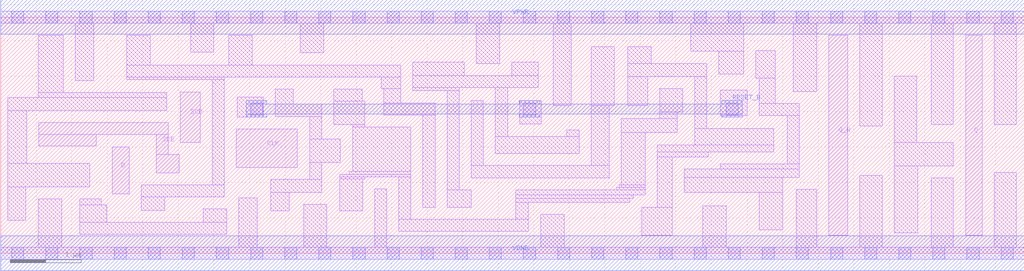
<source format=lef>
# Copyright 2020 The SkyWater PDK Authors
#
# Licensed under the Apache License, Version 2.0 (the "License");
# you may not use this file except in compliance with the License.
# You may obtain a copy of the License at
#
#     https://www.apache.org/licenses/LICENSE-2.0
#
# Unless required by applicable law or agreed to in writing, software
# distributed under the License is distributed on an "AS IS" BASIS,
# WITHOUT WARRANTIES OR CONDITIONS OF ANY KIND, either express or implied.
# See the License for the specific language governing permissions and
# limitations under the License.
#
# SPDX-License-Identifier: Apache-2.0

VERSION 5.7 ;
  NOWIREEXTENSIONATPIN ON ;
  DIVIDERCHAR "/" ;
  BUSBITCHARS "[]" ;
UNITS
  DATABASE MICRONS 200 ;
END UNITS
MACRO sky130_fd_sc_lp__sdfrbp_2
  CLASS CORE ;
  FOREIGN sky130_fd_sc_lp__sdfrbp_2 ;
  ORIGIN  0.000000  0.000000 ;
  SIZE  14.40000 BY  3.330000 ;
  SYMMETRY R90 ;
  SITE unit ;
  PIN D
    ANTENNAGATEAREA  0.159000 ;
    DIRECTION INPUT ;
    USE SIGNAL ;
    PORT
      LAYER li1 ;
        RECT 1.570000 0.840000 1.805000 1.495000 ;
    END
  END D
  PIN Q
    ANTENNADIFFAREA  0.588000 ;
    DIRECTION OUTPUT ;
    USE SIGNAL ;
    PORT
      LAYER li1 ;
        RECT 13.575000 0.255000 13.810000 3.075000 ;
    END
  END Q
  PIN Q_N
    ANTENNADIFFAREA  0.588000 ;
    DIRECTION OUTPUT ;
    USE SIGNAL ;
    PORT
      LAYER li1 ;
        RECT 11.650000 0.255000 11.915000 3.075000 ;
    END
  END Q_N
  PIN RESET_B
    ANTENNAGATEAREA  0.411000 ;
    DIRECTION INPUT ;
    USE SIGNAL ;
    PORT
      LAYER met1 ;
        RECT  3.455000 1.920000  3.745000 1.965000 ;
        RECT  3.455000 1.965000 10.435000 2.105000 ;
        RECT  3.455000 2.105000  3.745000 2.150000 ;
        RECT  7.295000 1.920000  7.585000 1.965000 ;
        RECT  7.295000 2.105000  7.585000 2.150000 ;
        RECT 10.145000 1.920000 10.435000 1.965000 ;
        RECT 10.145000 2.105000 10.435000 2.150000 ;
    END
  END RESET_B
  PIN SCD
    ANTENNAGATEAREA  0.159000 ;
    DIRECTION INPUT ;
    USE SIGNAL ;
    PORT
      LAYER li1 ;
        RECT 2.525000 1.565000 2.805000 2.275000 ;
    END
  END SCD
  PIN SCE
    ANTENNAGATEAREA  0.318000 ;
    DIRECTION INPUT ;
    USE SIGNAL ;
    PORT
      LAYER li1 ;
        RECT 0.535000 1.515000 1.345000 1.675000 ;
        RECT 0.535000 1.675000 2.355000 1.845000 ;
        RECT 2.185000 1.135000 2.515000 1.395000 ;
        RECT 2.185000 1.395000 2.355000 1.675000 ;
    END
  END SCE
  PIN CLK
    ANTENNAGATEAREA  0.315000 ;
    DIRECTION INPUT ;
    USE CLOCK ;
    PORT
      LAYER li1 ;
        RECT 3.315000 1.210000 4.175000 1.750000 ;
    END
  END CLK
  PIN VGND
    DIRECTION INOUT ;
    USE GROUND ;
    PORT
      LAYER met1 ;
        RECT 0.000000 -0.245000 14.400000 0.245000 ;
    END
  END VGND
  PIN VPWR
    DIRECTION INOUT ;
    USE POWER ;
    PORT
      LAYER met1 ;
        RECT 0.000000 3.085000 14.400000 3.575000 ;
    END
  END VPWR
  OBS
    LAYER li1 ;
      RECT  0.000000 -0.085000 14.400000 0.085000 ;
      RECT  0.000000  3.245000 14.400000 3.415000 ;
      RECT  0.095000  0.465000  0.355000 0.935000 ;
      RECT  0.095000  0.935000  1.255000 1.265000 ;
      RECT  0.095000  1.265000  0.365000 2.015000 ;
      RECT  0.095000  2.015000  2.335000 2.195000 ;
      RECT  0.525000  0.085000  0.855000 0.765000 ;
      RECT  0.530000  2.195000  2.335000 2.265000 ;
      RECT  0.530000  2.265000  0.880000 3.075000 ;
      RECT  1.050000  2.435000  1.310000 3.245000 ;
      RECT  1.115000  0.265000  3.180000 0.435000 ;
      RECT  1.115000  0.435000  1.490000 0.685000 ;
      RECT  1.115000  0.685000  1.415000 0.765000 ;
      RECT  1.770000  2.445000  3.145000 2.485000 ;
      RECT  1.770000  2.485000  5.625000 2.655000 ;
      RECT  1.770000  2.655000  2.100000 3.075000 ;
      RECT  1.975000  0.605000  2.305000 0.795000 ;
      RECT  1.975000  0.795000  3.145000 0.965000 ;
      RECT  2.670000  2.835000  3.000000 3.245000 ;
      RECT  2.850000  0.435000  3.180000 0.625000 ;
      RECT  2.975000  0.965000  3.145000 2.445000 ;
      RECT  3.210000  2.655000  3.540000 3.075000 ;
      RECT  3.325000  1.920000  3.695000 2.200000 ;
      RECT  3.350000  0.085000  3.610000 0.780000 ;
      RECT  3.800000  0.595000  4.060000 0.860000 ;
      RECT  3.800000  0.860000  4.515000 1.040000 ;
      RECT  3.865000  1.930000  4.515000 2.100000 ;
      RECT  3.865000  2.100000  4.115000 2.315000 ;
      RECT  4.215000  2.825000  4.545000 3.245000 ;
      RECT  4.260000  0.085000  4.590000 0.690000 ;
      RECT  4.345000  1.040000  4.515000 1.280000 ;
      RECT  4.345000  1.280000  4.780000 1.610000 ;
      RECT  4.345000  1.610000  4.515000 1.930000 ;
      RECT  4.685000  1.815000  5.120000 2.145000 ;
      RECT  4.685000  2.145000  5.085000 2.315000 ;
      RECT  4.770000  0.595000  5.090000 1.050000 ;
      RECT  4.770000  1.050000  5.120000 1.075000 ;
      RECT  4.770000  1.075000  5.770000 1.110000 ;
      RECT  4.905000  1.110000  5.770000 1.155000 ;
      RECT  4.950000  1.155000  5.770000 1.780000 ;
      RECT  4.950000  1.780000  5.120000 1.815000 ;
      RECT  5.260000  0.085000  5.430000 0.905000 ;
      RECT  5.355000  2.325000  5.625000 2.485000 ;
      RECT  5.390000  1.950000  6.110000 2.120000 ;
      RECT  5.390000  2.120000  5.625000 2.325000 ;
      RECT  5.600000  0.310000  7.425000 0.480000 ;
      RECT  5.600000  0.480000  5.770000 1.075000 ;
      RECT  5.795000  2.290000  6.450000 2.335000 ;
      RECT  5.795000  2.335000  7.565000 2.505000 ;
      RECT  5.795000  2.505000  6.520000 2.695000 ;
      RECT  5.940000  0.650000  6.110000 1.950000 ;
      RECT  6.280000  0.650000  6.620000 0.890000 ;
      RECT  6.280000  0.890000  6.450000 2.290000 ;
      RECT  6.620000  1.060000  8.560000 1.235000 ;
      RECT  6.620000  1.235000  6.790000 2.155000 ;
      RECT  6.690000  2.675000  7.020000 3.245000 ;
      RECT  6.960000  1.405000  8.140000 1.645000 ;
      RECT  6.960000  1.645000  7.130000 2.335000 ;
      RECT  7.190000  2.505000  7.565000 2.695000 ;
      RECT  7.245000  0.480000  7.425000 0.720000 ;
      RECT  7.245000  0.720000  8.850000 0.775000 ;
      RECT  7.245000  0.775000  8.900000 0.820000 ;
      RECT  7.245000  0.820000  9.070000 0.890000 ;
      RECT  7.300000  1.825000  7.605000 2.155000 ;
      RECT  7.595000  0.085000  7.925000 0.550000 ;
      RECT  7.775000  2.085000  8.025000 3.245000 ;
      RECT  7.965000  1.645000  8.140000 1.735000 ;
      RECT  8.310000  1.235000  8.560000 2.080000 ;
      RECT  8.310000  2.080000  8.630000 2.910000 ;
      RECT  8.670000  0.890000  9.070000 0.930000 ;
      RECT  8.705000  0.930000  9.070000 0.965000 ;
      RECT  8.730000  0.965000  9.070000 1.700000 ;
      RECT  8.730000  1.700000  9.515000 1.900000 ;
      RECT  8.825000  2.080000  9.105000 2.490000 ;
      RECT  8.825000  2.490000  9.935000 2.670000 ;
      RECT  8.825000  2.670000  9.155000 2.910000 ;
      RECT  9.020000  0.255000  9.445000 0.650000 ;
      RECT  9.240000  0.650000  9.445000 1.360000 ;
      RECT  9.240000  1.360000  9.955000 1.430000 ;
      RECT  9.240000  1.430000 10.875000 1.530000 ;
      RECT  9.275000  1.900000  9.515000 1.990000 ;
      RECT  9.275000  1.990000  9.595000 2.320000 ;
      RECT  9.615000  0.860000 11.000000 1.070000 ;
      RECT  9.615000  1.070000 11.235000 1.190000 ;
      RECT  9.710000  2.850000 10.455000 3.245000 ;
      RECT  9.765000  1.530000 10.875000 1.760000 ;
      RECT  9.765000  1.760000  9.935000 2.490000 ;
      RECT  9.880000  0.085000 10.210000 0.670000 ;
      RECT 10.105000  2.525000 10.455000 2.850000 ;
      RECT 10.125000  1.190000 11.235000 1.260000 ;
      RECT 10.125000  1.940000 10.505000 2.300000 ;
      RECT 10.625000  2.470000 10.895000 2.855000 ;
      RECT 10.670000  0.330000 11.000000 0.860000 ;
      RECT 10.675000  1.940000 11.235000 2.110000 ;
      RECT 10.675000  2.110000 10.895000 2.470000 ;
      RECT 11.065000  1.260000 11.235000 1.940000 ;
      RECT 11.150000  2.280000 11.480000 3.245000 ;
      RECT 11.190000  0.085000 11.480000 0.900000 ;
      RECT 12.085000  0.085000 12.405000 1.095000 ;
      RECT 12.085000  1.795000 12.405000 3.245000 ;
      RECT 12.575000  0.285000 12.905000 1.230000 ;
      RECT 12.575000  1.230000 13.405000 1.560000 ;
      RECT 12.575000  1.560000 12.885000 2.495000 ;
      RECT 13.095000  0.085000 13.405000 1.060000 ;
      RECT 13.095000  1.815000 13.405000 3.245000 ;
      RECT 13.980000  0.085000 14.285000 1.140000 ;
      RECT 13.980000  1.815000 14.285000 3.245000 ;
    LAYER mcon ;
      RECT  0.155000 -0.085000  0.325000 0.085000 ;
      RECT  0.155000  3.245000  0.325000 3.415000 ;
      RECT  0.635000 -0.085000  0.805000 0.085000 ;
      RECT  0.635000  3.245000  0.805000 3.415000 ;
      RECT  1.115000 -0.085000  1.285000 0.085000 ;
      RECT  1.115000  3.245000  1.285000 3.415000 ;
      RECT  1.595000 -0.085000  1.765000 0.085000 ;
      RECT  1.595000  3.245000  1.765000 3.415000 ;
      RECT  2.075000 -0.085000  2.245000 0.085000 ;
      RECT  2.075000  3.245000  2.245000 3.415000 ;
      RECT  2.555000 -0.085000  2.725000 0.085000 ;
      RECT  2.555000  3.245000  2.725000 3.415000 ;
      RECT  3.035000 -0.085000  3.205000 0.085000 ;
      RECT  3.035000  3.245000  3.205000 3.415000 ;
      RECT  3.515000 -0.085000  3.685000 0.085000 ;
      RECT  3.515000  1.950000  3.685000 2.120000 ;
      RECT  3.515000  3.245000  3.685000 3.415000 ;
      RECT  3.995000 -0.085000  4.165000 0.085000 ;
      RECT  3.995000  3.245000  4.165000 3.415000 ;
      RECT  4.475000 -0.085000  4.645000 0.085000 ;
      RECT  4.475000  3.245000  4.645000 3.415000 ;
      RECT  4.955000 -0.085000  5.125000 0.085000 ;
      RECT  4.955000  3.245000  5.125000 3.415000 ;
      RECT  5.435000 -0.085000  5.605000 0.085000 ;
      RECT  5.435000  3.245000  5.605000 3.415000 ;
      RECT  5.915000 -0.085000  6.085000 0.085000 ;
      RECT  5.915000  3.245000  6.085000 3.415000 ;
      RECT  6.395000 -0.085000  6.565000 0.085000 ;
      RECT  6.395000  3.245000  6.565000 3.415000 ;
      RECT  6.875000 -0.085000  7.045000 0.085000 ;
      RECT  6.875000  3.245000  7.045000 3.415000 ;
      RECT  7.355000 -0.085000  7.525000 0.085000 ;
      RECT  7.355000  1.950000  7.525000 2.120000 ;
      RECT  7.355000  3.245000  7.525000 3.415000 ;
      RECT  7.835000 -0.085000  8.005000 0.085000 ;
      RECT  7.835000  3.245000  8.005000 3.415000 ;
      RECT  8.315000 -0.085000  8.485000 0.085000 ;
      RECT  8.315000  3.245000  8.485000 3.415000 ;
      RECT  8.795000 -0.085000  8.965000 0.085000 ;
      RECT  8.795000  3.245000  8.965000 3.415000 ;
      RECT  9.275000 -0.085000  9.445000 0.085000 ;
      RECT  9.275000  3.245000  9.445000 3.415000 ;
      RECT  9.755000 -0.085000  9.925000 0.085000 ;
      RECT  9.755000  3.245000  9.925000 3.415000 ;
      RECT 10.205000  1.950000 10.375000 2.120000 ;
      RECT 10.235000 -0.085000 10.405000 0.085000 ;
      RECT 10.235000  3.245000 10.405000 3.415000 ;
      RECT 10.715000 -0.085000 10.885000 0.085000 ;
      RECT 10.715000  3.245000 10.885000 3.415000 ;
      RECT 11.195000 -0.085000 11.365000 0.085000 ;
      RECT 11.195000  3.245000 11.365000 3.415000 ;
      RECT 11.675000 -0.085000 11.845000 0.085000 ;
      RECT 11.675000  3.245000 11.845000 3.415000 ;
      RECT 12.155000 -0.085000 12.325000 0.085000 ;
      RECT 12.155000  3.245000 12.325000 3.415000 ;
      RECT 12.635000 -0.085000 12.805000 0.085000 ;
      RECT 12.635000  3.245000 12.805000 3.415000 ;
      RECT 13.115000 -0.085000 13.285000 0.085000 ;
      RECT 13.115000  3.245000 13.285000 3.415000 ;
      RECT 13.595000 -0.085000 13.765000 0.085000 ;
      RECT 13.595000  3.245000 13.765000 3.415000 ;
      RECT 14.075000 -0.085000 14.245000 0.085000 ;
      RECT 14.075000  3.245000 14.245000 3.415000 ;
  END
END sky130_fd_sc_lp__sdfrbp_2
END LIBRARY

</source>
